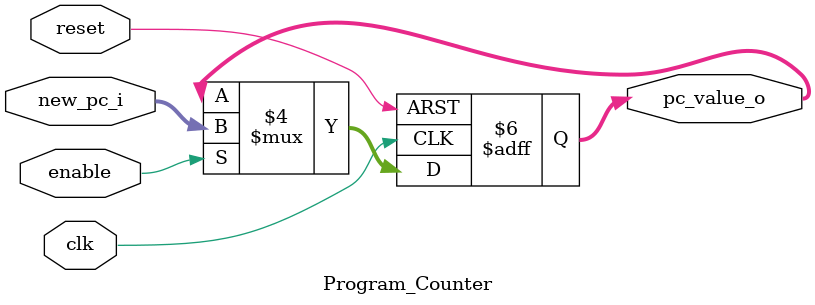
<source format=v>
/******************************************************************
* Description
*	This is a register of 32-bit that corresponds to the PC counter. 
*	This register does not have an enable signal.
* Version:
*	1.0
* Author:
*	Dr. José Luis Pizano Escalante
* email:
*	luispizano@iteso.mx
* Date:
*	05/07/2020
******************************************************************/

module Program_Counter
#(
	parameter N_BITS = 32
)
(
	input clk,
	input reset,
	input enable,
	input  [N_BITS-1:0] new_pc_i,
	
	
	output reg [N_BITS-1:0] pc_value_o
);

always@(negedge reset or negedge clk) begin
	if(reset == 0)
		pc_value_o <= 32'h0040_0000;
	else
		if(enable == 1)
			pc_value_o <= new_pc_i;
end

endmodule
</source>
